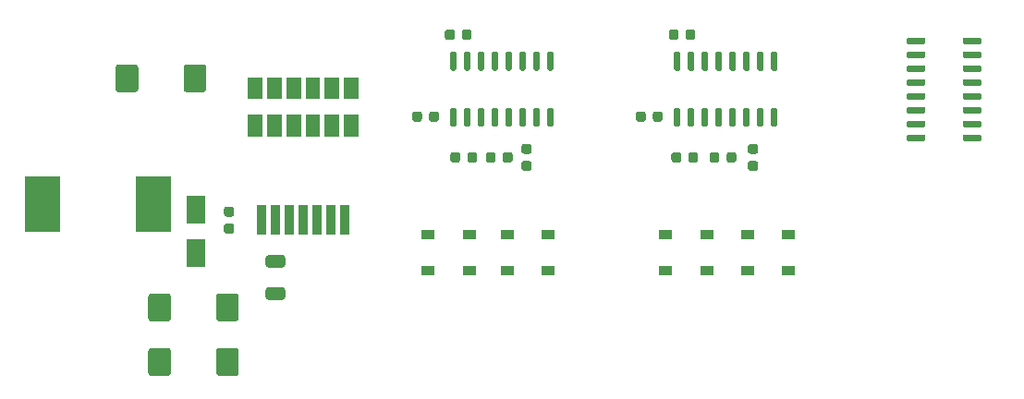
<source format=gtp>
G04 #@! TF.GenerationSoftware,KiCad,Pcbnew,5.1.9*
G04 #@! TF.CreationDate,2021-02-24T22:30:28+01:00*
G04 #@! TF.ProjectId,rpi_module,7270695f-6d6f-4647-956c-652e6b696361,rev?*
G04 #@! TF.SameCoordinates,Original*
G04 #@! TF.FileFunction,Paste,Top*
G04 #@! TF.FilePolarity,Positive*
%FSLAX46Y46*%
G04 Gerber Fmt 4.6, Leading zero omitted, Abs format (unit mm)*
G04 Created by KiCad (PCBNEW 5.1.9) date 2021-02-24 22:30:28*
%MOMM*%
%LPD*%
G01*
G04 APERTURE LIST*
%ADD10C,0.010000*%
%ADD11R,3.300000X5.100000*%
%ADD12R,0.890000X2.790000*%
%ADD13R,1.200000X0.900000*%
%ADD14R,1.800000X2.500000*%
G04 APERTURE END LIST*
D10*
G36*
X241740000Y-71925000D02*
G01*
X243000000Y-71925000D01*
X243000000Y-73835000D01*
X241740000Y-73835000D01*
X241740000Y-71925000D01*
G37*
X241740000Y-71925000D02*
X243000000Y-71925000D01*
X243000000Y-73835000D01*
X241740000Y-73835000D01*
X241740000Y-71925000D01*
G36*
X241740000Y-75345000D02*
G01*
X243000000Y-75345000D01*
X243000000Y-77255000D01*
X241740000Y-77255000D01*
X241740000Y-75345000D01*
G37*
X241740000Y-75345000D02*
X243000000Y-75345000D01*
X243000000Y-77255000D01*
X241740000Y-77255000D01*
X241740000Y-75345000D01*
G36*
X243500000Y-71925000D02*
G01*
X244760000Y-71925000D01*
X244760000Y-73835000D01*
X243500000Y-73835000D01*
X243500000Y-71925000D01*
G37*
X243500000Y-71925000D02*
X244760000Y-71925000D01*
X244760000Y-73835000D01*
X243500000Y-73835000D01*
X243500000Y-71925000D01*
G36*
X243500000Y-75345000D02*
G01*
X244760000Y-75345000D01*
X244760000Y-77255000D01*
X243500000Y-77255000D01*
X243500000Y-75345000D01*
G37*
X243500000Y-75345000D02*
X244760000Y-75345000D01*
X244760000Y-77255000D01*
X243500000Y-77255000D01*
X243500000Y-75345000D01*
G36*
X239980000Y-71925000D02*
G01*
X241240000Y-71925000D01*
X241240000Y-73835000D01*
X239980000Y-73835000D01*
X239980000Y-71925000D01*
G37*
X239980000Y-71925000D02*
X241240000Y-71925000D01*
X241240000Y-73835000D01*
X239980000Y-73835000D01*
X239980000Y-71925000D01*
G36*
X238220000Y-71925000D02*
G01*
X239480000Y-71925000D01*
X239480000Y-73835000D01*
X238220000Y-73835000D01*
X238220000Y-71925000D01*
G37*
X238220000Y-71925000D02*
X239480000Y-71925000D01*
X239480000Y-73835000D01*
X238220000Y-73835000D01*
X238220000Y-71925000D01*
G36*
X239980000Y-75345000D02*
G01*
X241240000Y-75345000D01*
X241240000Y-77255000D01*
X239980000Y-77255000D01*
X239980000Y-75345000D01*
G37*
X239980000Y-75345000D02*
X241240000Y-75345000D01*
X241240000Y-77255000D01*
X239980000Y-77255000D01*
X239980000Y-75345000D01*
G36*
X238220000Y-75345000D02*
G01*
X239480000Y-75345000D01*
X239480000Y-77255000D01*
X238220000Y-77255000D01*
X238220000Y-75345000D01*
G37*
X238220000Y-75345000D02*
X239480000Y-75345000D01*
X239480000Y-77255000D01*
X238220000Y-77255000D01*
X238220000Y-75345000D01*
G36*
X245260000Y-75345000D02*
G01*
X246520000Y-75345000D01*
X246520000Y-77255000D01*
X245260000Y-77255000D01*
X245260000Y-75345000D01*
G37*
X245260000Y-75345000D02*
X246520000Y-75345000D01*
X246520000Y-77255000D01*
X245260000Y-77255000D01*
X245260000Y-75345000D01*
G36*
X245260000Y-71925000D02*
G01*
X246520000Y-71925000D01*
X246520000Y-73835000D01*
X245260000Y-73835000D01*
X245260000Y-71925000D01*
G37*
X245260000Y-71925000D02*
X246520000Y-71925000D01*
X246520000Y-73835000D01*
X245260000Y-73835000D01*
X245260000Y-71925000D01*
G36*
X247020000Y-71925000D02*
G01*
X248280000Y-71925000D01*
X248280000Y-73835000D01*
X247020000Y-73835000D01*
X247020000Y-71925000D01*
G37*
X247020000Y-71925000D02*
X248280000Y-71925000D01*
X248280000Y-73835000D01*
X247020000Y-73835000D01*
X247020000Y-71925000D01*
G36*
X247020000Y-75345000D02*
G01*
X248280000Y-75345000D01*
X248280000Y-77255000D01*
X247020000Y-77255000D01*
X247020000Y-75345000D01*
G37*
X247020000Y-75345000D02*
X248280000Y-75345000D01*
X248280000Y-77255000D01*
X247020000Y-77255000D01*
X247020000Y-75345000D01*
D11*
X219400000Y-83500000D03*
X229600000Y-83500000D03*
G36*
G01*
X303700000Y-68705000D02*
X303700000Y-68405000D01*
G75*
G02*
X303850000Y-68255000I150000J0D01*
G01*
X305300000Y-68255000D01*
G75*
G02*
X305450000Y-68405000I0J-150000D01*
G01*
X305450000Y-68705000D01*
G75*
G02*
X305300000Y-68855000I-150000J0D01*
G01*
X303850000Y-68855000D01*
G75*
G02*
X303700000Y-68705000I0J150000D01*
G01*
G37*
G36*
G01*
X303700000Y-69975000D02*
X303700000Y-69675000D01*
G75*
G02*
X303850000Y-69525000I150000J0D01*
G01*
X305300000Y-69525000D01*
G75*
G02*
X305450000Y-69675000I0J-150000D01*
G01*
X305450000Y-69975000D01*
G75*
G02*
X305300000Y-70125000I-150000J0D01*
G01*
X303850000Y-70125000D01*
G75*
G02*
X303700000Y-69975000I0J150000D01*
G01*
G37*
G36*
G01*
X303700000Y-71245000D02*
X303700000Y-70945000D01*
G75*
G02*
X303850000Y-70795000I150000J0D01*
G01*
X305300000Y-70795000D01*
G75*
G02*
X305450000Y-70945000I0J-150000D01*
G01*
X305450000Y-71245000D01*
G75*
G02*
X305300000Y-71395000I-150000J0D01*
G01*
X303850000Y-71395000D01*
G75*
G02*
X303700000Y-71245000I0J150000D01*
G01*
G37*
G36*
G01*
X303700000Y-72515000D02*
X303700000Y-72215000D01*
G75*
G02*
X303850000Y-72065000I150000J0D01*
G01*
X305300000Y-72065000D01*
G75*
G02*
X305450000Y-72215000I0J-150000D01*
G01*
X305450000Y-72515000D01*
G75*
G02*
X305300000Y-72665000I-150000J0D01*
G01*
X303850000Y-72665000D01*
G75*
G02*
X303700000Y-72515000I0J150000D01*
G01*
G37*
G36*
G01*
X303700000Y-73785000D02*
X303700000Y-73485000D01*
G75*
G02*
X303850000Y-73335000I150000J0D01*
G01*
X305300000Y-73335000D01*
G75*
G02*
X305450000Y-73485000I0J-150000D01*
G01*
X305450000Y-73785000D01*
G75*
G02*
X305300000Y-73935000I-150000J0D01*
G01*
X303850000Y-73935000D01*
G75*
G02*
X303700000Y-73785000I0J150000D01*
G01*
G37*
G36*
G01*
X303700000Y-75055000D02*
X303700000Y-74755000D01*
G75*
G02*
X303850000Y-74605000I150000J0D01*
G01*
X305300000Y-74605000D01*
G75*
G02*
X305450000Y-74755000I0J-150000D01*
G01*
X305450000Y-75055000D01*
G75*
G02*
X305300000Y-75205000I-150000J0D01*
G01*
X303850000Y-75205000D01*
G75*
G02*
X303700000Y-75055000I0J150000D01*
G01*
G37*
G36*
G01*
X303700000Y-76325000D02*
X303700000Y-76025000D01*
G75*
G02*
X303850000Y-75875000I150000J0D01*
G01*
X305300000Y-75875000D01*
G75*
G02*
X305450000Y-76025000I0J-150000D01*
G01*
X305450000Y-76325000D01*
G75*
G02*
X305300000Y-76475000I-150000J0D01*
G01*
X303850000Y-76475000D01*
G75*
G02*
X303700000Y-76325000I0J150000D01*
G01*
G37*
G36*
G01*
X303700000Y-77595000D02*
X303700000Y-77295000D01*
G75*
G02*
X303850000Y-77145000I150000J0D01*
G01*
X305300000Y-77145000D01*
G75*
G02*
X305450000Y-77295000I0J-150000D01*
G01*
X305450000Y-77595000D01*
G75*
G02*
X305300000Y-77745000I-150000J0D01*
G01*
X303850000Y-77745000D01*
G75*
G02*
X303700000Y-77595000I0J150000D01*
G01*
G37*
G36*
G01*
X298550000Y-77595000D02*
X298550000Y-77295000D01*
G75*
G02*
X298700000Y-77145000I150000J0D01*
G01*
X300150000Y-77145000D01*
G75*
G02*
X300300000Y-77295000I0J-150000D01*
G01*
X300300000Y-77595000D01*
G75*
G02*
X300150000Y-77745000I-150000J0D01*
G01*
X298700000Y-77745000D01*
G75*
G02*
X298550000Y-77595000I0J150000D01*
G01*
G37*
G36*
G01*
X298550000Y-76325000D02*
X298550000Y-76025000D01*
G75*
G02*
X298700000Y-75875000I150000J0D01*
G01*
X300150000Y-75875000D01*
G75*
G02*
X300300000Y-76025000I0J-150000D01*
G01*
X300300000Y-76325000D01*
G75*
G02*
X300150000Y-76475000I-150000J0D01*
G01*
X298700000Y-76475000D01*
G75*
G02*
X298550000Y-76325000I0J150000D01*
G01*
G37*
G36*
G01*
X298550000Y-75055000D02*
X298550000Y-74755000D01*
G75*
G02*
X298700000Y-74605000I150000J0D01*
G01*
X300150000Y-74605000D01*
G75*
G02*
X300300000Y-74755000I0J-150000D01*
G01*
X300300000Y-75055000D01*
G75*
G02*
X300150000Y-75205000I-150000J0D01*
G01*
X298700000Y-75205000D01*
G75*
G02*
X298550000Y-75055000I0J150000D01*
G01*
G37*
G36*
G01*
X298550000Y-73785000D02*
X298550000Y-73485000D01*
G75*
G02*
X298700000Y-73335000I150000J0D01*
G01*
X300150000Y-73335000D01*
G75*
G02*
X300300000Y-73485000I0J-150000D01*
G01*
X300300000Y-73785000D01*
G75*
G02*
X300150000Y-73935000I-150000J0D01*
G01*
X298700000Y-73935000D01*
G75*
G02*
X298550000Y-73785000I0J150000D01*
G01*
G37*
G36*
G01*
X298550000Y-72515000D02*
X298550000Y-72215000D01*
G75*
G02*
X298700000Y-72065000I150000J0D01*
G01*
X300150000Y-72065000D01*
G75*
G02*
X300300000Y-72215000I0J-150000D01*
G01*
X300300000Y-72515000D01*
G75*
G02*
X300150000Y-72665000I-150000J0D01*
G01*
X298700000Y-72665000D01*
G75*
G02*
X298550000Y-72515000I0J150000D01*
G01*
G37*
G36*
G01*
X298550000Y-71245000D02*
X298550000Y-70945000D01*
G75*
G02*
X298700000Y-70795000I150000J0D01*
G01*
X300150000Y-70795000D01*
G75*
G02*
X300300000Y-70945000I0J-150000D01*
G01*
X300300000Y-71245000D01*
G75*
G02*
X300150000Y-71395000I-150000J0D01*
G01*
X298700000Y-71395000D01*
G75*
G02*
X298550000Y-71245000I0J150000D01*
G01*
G37*
G36*
G01*
X298550000Y-69975000D02*
X298550000Y-69675000D01*
G75*
G02*
X298700000Y-69525000I150000J0D01*
G01*
X300150000Y-69525000D01*
G75*
G02*
X300300000Y-69675000I0J-150000D01*
G01*
X300300000Y-69975000D01*
G75*
G02*
X300150000Y-70125000I-150000J0D01*
G01*
X298700000Y-70125000D01*
G75*
G02*
X298550000Y-69975000I0J150000D01*
G01*
G37*
G36*
G01*
X298550000Y-68705000D02*
X298550000Y-68405000D01*
G75*
G02*
X298700000Y-68255000I150000J0D01*
G01*
X300150000Y-68255000D01*
G75*
G02*
X300300000Y-68405000I0J-150000D01*
G01*
X300300000Y-68705000D01*
G75*
G02*
X300150000Y-68855000I-150000J0D01*
G01*
X298700000Y-68855000D01*
G75*
G02*
X298550000Y-68705000I0J150000D01*
G01*
G37*
D12*
X247060000Y-84940000D03*
X245790000Y-84940000D03*
X244520000Y-84940000D03*
X243250000Y-84940000D03*
X241980000Y-84940000D03*
X240710000Y-84940000D03*
X239440000Y-84940000D03*
G36*
G01*
X277705000Y-71300000D02*
X277405000Y-71300000D01*
G75*
G02*
X277255000Y-71150000I0J150000D01*
G01*
X277255000Y-69700000D01*
G75*
G02*
X277405000Y-69550000I150000J0D01*
G01*
X277705000Y-69550000D01*
G75*
G02*
X277855000Y-69700000I0J-150000D01*
G01*
X277855000Y-71150000D01*
G75*
G02*
X277705000Y-71300000I-150000J0D01*
G01*
G37*
G36*
G01*
X278975000Y-71300000D02*
X278675000Y-71300000D01*
G75*
G02*
X278525000Y-71150000I0J150000D01*
G01*
X278525000Y-69700000D01*
G75*
G02*
X278675000Y-69550000I150000J0D01*
G01*
X278975000Y-69550000D01*
G75*
G02*
X279125000Y-69700000I0J-150000D01*
G01*
X279125000Y-71150000D01*
G75*
G02*
X278975000Y-71300000I-150000J0D01*
G01*
G37*
G36*
G01*
X280245000Y-71300000D02*
X279945000Y-71300000D01*
G75*
G02*
X279795000Y-71150000I0J150000D01*
G01*
X279795000Y-69700000D01*
G75*
G02*
X279945000Y-69550000I150000J0D01*
G01*
X280245000Y-69550000D01*
G75*
G02*
X280395000Y-69700000I0J-150000D01*
G01*
X280395000Y-71150000D01*
G75*
G02*
X280245000Y-71300000I-150000J0D01*
G01*
G37*
G36*
G01*
X281515000Y-71300000D02*
X281215000Y-71300000D01*
G75*
G02*
X281065000Y-71150000I0J150000D01*
G01*
X281065000Y-69700000D01*
G75*
G02*
X281215000Y-69550000I150000J0D01*
G01*
X281515000Y-69550000D01*
G75*
G02*
X281665000Y-69700000I0J-150000D01*
G01*
X281665000Y-71150000D01*
G75*
G02*
X281515000Y-71300000I-150000J0D01*
G01*
G37*
G36*
G01*
X282785000Y-71300000D02*
X282485000Y-71300000D01*
G75*
G02*
X282335000Y-71150000I0J150000D01*
G01*
X282335000Y-69700000D01*
G75*
G02*
X282485000Y-69550000I150000J0D01*
G01*
X282785000Y-69550000D01*
G75*
G02*
X282935000Y-69700000I0J-150000D01*
G01*
X282935000Y-71150000D01*
G75*
G02*
X282785000Y-71300000I-150000J0D01*
G01*
G37*
G36*
G01*
X284055000Y-71300000D02*
X283755000Y-71300000D01*
G75*
G02*
X283605000Y-71150000I0J150000D01*
G01*
X283605000Y-69700000D01*
G75*
G02*
X283755000Y-69550000I150000J0D01*
G01*
X284055000Y-69550000D01*
G75*
G02*
X284205000Y-69700000I0J-150000D01*
G01*
X284205000Y-71150000D01*
G75*
G02*
X284055000Y-71300000I-150000J0D01*
G01*
G37*
G36*
G01*
X285325000Y-71300000D02*
X285025000Y-71300000D01*
G75*
G02*
X284875000Y-71150000I0J150000D01*
G01*
X284875000Y-69700000D01*
G75*
G02*
X285025000Y-69550000I150000J0D01*
G01*
X285325000Y-69550000D01*
G75*
G02*
X285475000Y-69700000I0J-150000D01*
G01*
X285475000Y-71150000D01*
G75*
G02*
X285325000Y-71300000I-150000J0D01*
G01*
G37*
G36*
G01*
X286595000Y-71300000D02*
X286295000Y-71300000D01*
G75*
G02*
X286145000Y-71150000I0J150000D01*
G01*
X286145000Y-69700000D01*
G75*
G02*
X286295000Y-69550000I150000J0D01*
G01*
X286595000Y-69550000D01*
G75*
G02*
X286745000Y-69700000I0J-150000D01*
G01*
X286745000Y-71150000D01*
G75*
G02*
X286595000Y-71300000I-150000J0D01*
G01*
G37*
G36*
G01*
X286595000Y-76450000D02*
X286295000Y-76450000D01*
G75*
G02*
X286145000Y-76300000I0J150000D01*
G01*
X286145000Y-74850000D01*
G75*
G02*
X286295000Y-74700000I150000J0D01*
G01*
X286595000Y-74700000D01*
G75*
G02*
X286745000Y-74850000I0J-150000D01*
G01*
X286745000Y-76300000D01*
G75*
G02*
X286595000Y-76450000I-150000J0D01*
G01*
G37*
G36*
G01*
X285325000Y-76450000D02*
X285025000Y-76450000D01*
G75*
G02*
X284875000Y-76300000I0J150000D01*
G01*
X284875000Y-74850000D01*
G75*
G02*
X285025000Y-74700000I150000J0D01*
G01*
X285325000Y-74700000D01*
G75*
G02*
X285475000Y-74850000I0J-150000D01*
G01*
X285475000Y-76300000D01*
G75*
G02*
X285325000Y-76450000I-150000J0D01*
G01*
G37*
G36*
G01*
X284055000Y-76450000D02*
X283755000Y-76450000D01*
G75*
G02*
X283605000Y-76300000I0J150000D01*
G01*
X283605000Y-74850000D01*
G75*
G02*
X283755000Y-74700000I150000J0D01*
G01*
X284055000Y-74700000D01*
G75*
G02*
X284205000Y-74850000I0J-150000D01*
G01*
X284205000Y-76300000D01*
G75*
G02*
X284055000Y-76450000I-150000J0D01*
G01*
G37*
G36*
G01*
X282785000Y-76450000D02*
X282485000Y-76450000D01*
G75*
G02*
X282335000Y-76300000I0J150000D01*
G01*
X282335000Y-74850000D01*
G75*
G02*
X282485000Y-74700000I150000J0D01*
G01*
X282785000Y-74700000D01*
G75*
G02*
X282935000Y-74850000I0J-150000D01*
G01*
X282935000Y-76300000D01*
G75*
G02*
X282785000Y-76450000I-150000J0D01*
G01*
G37*
G36*
G01*
X281515000Y-76450000D02*
X281215000Y-76450000D01*
G75*
G02*
X281065000Y-76300000I0J150000D01*
G01*
X281065000Y-74850000D01*
G75*
G02*
X281215000Y-74700000I150000J0D01*
G01*
X281515000Y-74700000D01*
G75*
G02*
X281665000Y-74850000I0J-150000D01*
G01*
X281665000Y-76300000D01*
G75*
G02*
X281515000Y-76450000I-150000J0D01*
G01*
G37*
G36*
G01*
X280245000Y-76450000D02*
X279945000Y-76450000D01*
G75*
G02*
X279795000Y-76300000I0J150000D01*
G01*
X279795000Y-74850000D01*
G75*
G02*
X279945000Y-74700000I150000J0D01*
G01*
X280245000Y-74700000D01*
G75*
G02*
X280395000Y-74850000I0J-150000D01*
G01*
X280395000Y-76300000D01*
G75*
G02*
X280245000Y-76450000I-150000J0D01*
G01*
G37*
G36*
G01*
X278975000Y-76450000D02*
X278675000Y-76450000D01*
G75*
G02*
X278525000Y-76300000I0J150000D01*
G01*
X278525000Y-74850000D01*
G75*
G02*
X278675000Y-74700000I150000J0D01*
G01*
X278975000Y-74700000D01*
G75*
G02*
X279125000Y-74850000I0J-150000D01*
G01*
X279125000Y-76300000D01*
G75*
G02*
X278975000Y-76450000I-150000J0D01*
G01*
G37*
G36*
G01*
X277705000Y-76450000D02*
X277405000Y-76450000D01*
G75*
G02*
X277255000Y-76300000I0J150000D01*
G01*
X277255000Y-74850000D01*
G75*
G02*
X277405000Y-74700000I150000J0D01*
G01*
X277705000Y-74700000D01*
G75*
G02*
X277855000Y-74850000I0J-150000D01*
G01*
X277855000Y-76300000D01*
G75*
G02*
X277705000Y-76450000I-150000J0D01*
G01*
G37*
G36*
G01*
X257205000Y-71300000D02*
X256905000Y-71300000D01*
G75*
G02*
X256755000Y-71150000I0J150000D01*
G01*
X256755000Y-69700000D01*
G75*
G02*
X256905000Y-69550000I150000J0D01*
G01*
X257205000Y-69550000D01*
G75*
G02*
X257355000Y-69700000I0J-150000D01*
G01*
X257355000Y-71150000D01*
G75*
G02*
X257205000Y-71300000I-150000J0D01*
G01*
G37*
G36*
G01*
X258475000Y-71300000D02*
X258175000Y-71300000D01*
G75*
G02*
X258025000Y-71150000I0J150000D01*
G01*
X258025000Y-69700000D01*
G75*
G02*
X258175000Y-69550000I150000J0D01*
G01*
X258475000Y-69550000D01*
G75*
G02*
X258625000Y-69700000I0J-150000D01*
G01*
X258625000Y-71150000D01*
G75*
G02*
X258475000Y-71300000I-150000J0D01*
G01*
G37*
G36*
G01*
X259745000Y-71300000D02*
X259445000Y-71300000D01*
G75*
G02*
X259295000Y-71150000I0J150000D01*
G01*
X259295000Y-69700000D01*
G75*
G02*
X259445000Y-69550000I150000J0D01*
G01*
X259745000Y-69550000D01*
G75*
G02*
X259895000Y-69700000I0J-150000D01*
G01*
X259895000Y-71150000D01*
G75*
G02*
X259745000Y-71300000I-150000J0D01*
G01*
G37*
G36*
G01*
X261015000Y-71300000D02*
X260715000Y-71300000D01*
G75*
G02*
X260565000Y-71150000I0J150000D01*
G01*
X260565000Y-69700000D01*
G75*
G02*
X260715000Y-69550000I150000J0D01*
G01*
X261015000Y-69550000D01*
G75*
G02*
X261165000Y-69700000I0J-150000D01*
G01*
X261165000Y-71150000D01*
G75*
G02*
X261015000Y-71300000I-150000J0D01*
G01*
G37*
G36*
G01*
X262285000Y-71300000D02*
X261985000Y-71300000D01*
G75*
G02*
X261835000Y-71150000I0J150000D01*
G01*
X261835000Y-69700000D01*
G75*
G02*
X261985000Y-69550000I150000J0D01*
G01*
X262285000Y-69550000D01*
G75*
G02*
X262435000Y-69700000I0J-150000D01*
G01*
X262435000Y-71150000D01*
G75*
G02*
X262285000Y-71300000I-150000J0D01*
G01*
G37*
G36*
G01*
X263555000Y-71300000D02*
X263255000Y-71300000D01*
G75*
G02*
X263105000Y-71150000I0J150000D01*
G01*
X263105000Y-69700000D01*
G75*
G02*
X263255000Y-69550000I150000J0D01*
G01*
X263555000Y-69550000D01*
G75*
G02*
X263705000Y-69700000I0J-150000D01*
G01*
X263705000Y-71150000D01*
G75*
G02*
X263555000Y-71300000I-150000J0D01*
G01*
G37*
G36*
G01*
X264825000Y-71300000D02*
X264525000Y-71300000D01*
G75*
G02*
X264375000Y-71150000I0J150000D01*
G01*
X264375000Y-69700000D01*
G75*
G02*
X264525000Y-69550000I150000J0D01*
G01*
X264825000Y-69550000D01*
G75*
G02*
X264975000Y-69700000I0J-150000D01*
G01*
X264975000Y-71150000D01*
G75*
G02*
X264825000Y-71300000I-150000J0D01*
G01*
G37*
G36*
G01*
X266095000Y-71300000D02*
X265795000Y-71300000D01*
G75*
G02*
X265645000Y-71150000I0J150000D01*
G01*
X265645000Y-69700000D01*
G75*
G02*
X265795000Y-69550000I150000J0D01*
G01*
X266095000Y-69550000D01*
G75*
G02*
X266245000Y-69700000I0J-150000D01*
G01*
X266245000Y-71150000D01*
G75*
G02*
X266095000Y-71300000I-150000J0D01*
G01*
G37*
G36*
G01*
X266095000Y-76450000D02*
X265795000Y-76450000D01*
G75*
G02*
X265645000Y-76300000I0J150000D01*
G01*
X265645000Y-74850000D01*
G75*
G02*
X265795000Y-74700000I150000J0D01*
G01*
X266095000Y-74700000D01*
G75*
G02*
X266245000Y-74850000I0J-150000D01*
G01*
X266245000Y-76300000D01*
G75*
G02*
X266095000Y-76450000I-150000J0D01*
G01*
G37*
G36*
G01*
X264825000Y-76450000D02*
X264525000Y-76450000D01*
G75*
G02*
X264375000Y-76300000I0J150000D01*
G01*
X264375000Y-74850000D01*
G75*
G02*
X264525000Y-74700000I150000J0D01*
G01*
X264825000Y-74700000D01*
G75*
G02*
X264975000Y-74850000I0J-150000D01*
G01*
X264975000Y-76300000D01*
G75*
G02*
X264825000Y-76450000I-150000J0D01*
G01*
G37*
G36*
G01*
X263555000Y-76450000D02*
X263255000Y-76450000D01*
G75*
G02*
X263105000Y-76300000I0J150000D01*
G01*
X263105000Y-74850000D01*
G75*
G02*
X263255000Y-74700000I150000J0D01*
G01*
X263555000Y-74700000D01*
G75*
G02*
X263705000Y-74850000I0J-150000D01*
G01*
X263705000Y-76300000D01*
G75*
G02*
X263555000Y-76450000I-150000J0D01*
G01*
G37*
G36*
G01*
X262285000Y-76450000D02*
X261985000Y-76450000D01*
G75*
G02*
X261835000Y-76300000I0J150000D01*
G01*
X261835000Y-74850000D01*
G75*
G02*
X261985000Y-74700000I150000J0D01*
G01*
X262285000Y-74700000D01*
G75*
G02*
X262435000Y-74850000I0J-150000D01*
G01*
X262435000Y-76300000D01*
G75*
G02*
X262285000Y-76450000I-150000J0D01*
G01*
G37*
G36*
G01*
X261015000Y-76450000D02*
X260715000Y-76450000D01*
G75*
G02*
X260565000Y-76300000I0J150000D01*
G01*
X260565000Y-74850000D01*
G75*
G02*
X260715000Y-74700000I150000J0D01*
G01*
X261015000Y-74700000D01*
G75*
G02*
X261165000Y-74850000I0J-150000D01*
G01*
X261165000Y-76300000D01*
G75*
G02*
X261015000Y-76450000I-150000J0D01*
G01*
G37*
G36*
G01*
X259745000Y-76450000D02*
X259445000Y-76450000D01*
G75*
G02*
X259295000Y-76300000I0J150000D01*
G01*
X259295000Y-74850000D01*
G75*
G02*
X259445000Y-74700000I150000J0D01*
G01*
X259745000Y-74700000D01*
G75*
G02*
X259895000Y-74850000I0J-150000D01*
G01*
X259895000Y-76300000D01*
G75*
G02*
X259745000Y-76450000I-150000J0D01*
G01*
G37*
G36*
G01*
X258475000Y-76450000D02*
X258175000Y-76450000D01*
G75*
G02*
X258025000Y-76300000I0J150000D01*
G01*
X258025000Y-74850000D01*
G75*
G02*
X258175000Y-74700000I150000J0D01*
G01*
X258475000Y-74700000D01*
G75*
G02*
X258625000Y-74850000I0J-150000D01*
G01*
X258625000Y-76300000D01*
G75*
G02*
X258475000Y-76450000I-150000J0D01*
G01*
G37*
G36*
G01*
X257205000Y-76450000D02*
X256905000Y-76450000D01*
G75*
G02*
X256755000Y-76300000I0J150000D01*
G01*
X256755000Y-74850000D01*
G75*
G02*
X256905000Y-74700000I150000J0D01*
G01*
X257205000Y-74700000D01*
G75*
G02*
X257355000Y-74850000I0J-150000D01*
G01*
X257355000Y-76300000D01*
G75*
G02*
X257205000Y-76450000I-150000J0D01*
G01*
G37*
D13*
X287750000Y-86350000D03*
X287750000Y-89650000D03*
X284000000Y-86350000D03*
X284000000Y-89650000D03*
X280250000Y-86350000D03*
X280250000Y-89650000D03*
X276500000Y-86350000D03*
X276500000Y-89650000D03*
X265750000Y-86350000D03*
X265750000Y-89650000D03*
X262000000Y-86350000D03*
X262000000Y-89650000D03*
X258500000Y-86350000D03*
X258500000Y-89650000D03*
X254750000Y-86350000D03*
X254750000Y-89650000D03*
D14*
X233500000Y-88000000D03*
X233500000Y-84000000D03*
G36*
G01*
X232325000Y-73025000D02*
X232325000Y-70975000D01*
G75*
G02*
X232575000Y-70725000I250000J0D01*
G01*
X234150000Y-70725000D01*
G75*
G02*
X234400000Y-70975000I0J-250000D01*
G01*
X234400000Y-73025000D01*
G75*
G02*
X234150000Y-73275000I-250000J0D01*
G01*
X232575000Y-73275000D01*
G75*
G02*
X232325000Y-73025000I0J250000D01*
G01*
G37*
G36*
G01*
X226100000Y-73025000D02*
X226100000Y-70975000D01*
G75*
G02*
X226350000Y-70725000I250000J0D01*
G01*
X227925000Y-70725000D01*
G75*
G02*
X228175000Y-70975000I0J-250000D01*
G01*
X228175000Y-73025000D01*
G75*
G02*
X227925000Y-73275000I-250000J0D01*
G01*
X226350000Y-73275000D01*
G75*
G02*
X226100000Y-73025000I0J250000D01*
G01*
G37*
G36*
G01*
X236250000Y-85325000D02*
X236750000Y-85325000D01*
G75*
G02*
X236975000Y-85550000I0J-225000D01*
G01*
X236975000Y-86000000D01*
G75*
G02*
X236750000Y-86225000I-225000J0D01*
G01*
X236250000Y-86225000D01*
G75*
G02*
X236025000Y-86000000I0J225000D01*
G01*
X236025000Y-85550000D01*
G75*
G02*
X236250000Y-85325000I225000J0D01*
G01*
G37*
G36*
G01*
X236250000Y-83775000D02*
X236750000Y-83775000D01*
G75*
G02*
X236975000Y-84000000I0J-225000D01*
G01*
X236975000Y-84450000D01*
G75*
G02*
X236750000Y-84675000I-225000J0D01*
G01*
X236250000Y-84675000D01*
G75*
G02*
X236025000Y-84450000I0J225000D01*
G01*
X236025000Y-84000000D01*
G75*
G02*
X236250000Y-83775000I225000J0D01*
G01*
G37*
G36*
G01*
X241400001Y-89350000D02*
X240099999Y-89350000D01*
G75*
G02*
X239850000Y-89100001I0J249999D01*
G01*
X239850000Y-88449999D01*
G75*
G02*
X240099999Y-88200000I249999J0D01*
G01*
X241400001Y-88200000D01*
G75*
G02*
X241650000Y-88449999I0J-249999D01*
G01*
X241650000Y-89100001D01*
G75*
G02*
X241400001Y-89350000I-249999J0D01*
G01*
G37*
G36*
G01*
X241400001Y-92300000D02*
X240099999Y-92300000D01*
G75*
G02*
X239850000Y-92050001I0J249999D01*
G01*
X239850000Y-91399999D01*
G75*
G02*
X240099999Y-91150000I249999J0D01*
G01*
X241400001Y-91150000D01*
G75*
G02*
X241650000Y-91399999I0J-249999D01*
G01*
X241650000Y-92050001D01*
G75*
G02*
X241400001Y-92300000I-249999J0D01*
G01*
G37*
G36*
G01*
X231175000Y-91975000D02*
X231175000Y-94025000D01*
G75*
G02*
X230925000Y-94275000I-250000J0D01*
G01*
X229350000Y-94275000D01*
G75*
G02*
X229100000Y-94025000I0J250000D01*
G01*
X229100000Y-91975000D01*
G75*
G02*
X229350000Y-91725000I250000J0D01*
G01*
X230925000Y-91725000D01*
G75*
G02*
X231175000Y-91975000I0J-250000D01*
G01*
G37*
G36*
G01*
X237400000Y-91975000D02*
X237400000Y-94025000D01*
G75*
G02*
X237150000Y-94275000I-250000J0D01*
G01*
X235575000Y-94275000D01*
G75*
G02*
X235325000Y-94025000I0J250000D01*
G01*
X235325000Y-91975000D01*
G75*
G02*
X235575000Y-91725000I250000J0D01*
G01*
X237150000Y-91725000D01*
G75*
G02*
X237400000Y-91975000I0J-250000D01*
G01*
G37*
G36*
G01*
X231175000Y-96975000D02*
X231175000Y-99025000D01*
G75*
G02*
X230925000Y-99275000I-250000J0D01*
G01*
X229350000Y-99275000D01*
G75*
G02*
X229100000Y-99025000I0J250000D01*
G01*
X229100000Y-96975000D01*
G75*
G02*
X229350000Y-96725000I250000J0D01*
G01*
X230925000Y-96725000D01*
G75*
G02*
X231175000Y-96975000I0J-250000D01*
G01*
G37*
G36*
G01*
X237400000Y-96975000D02*
X237400000Y-99025000D01*
G75*
G02*
X237150000Y-99275000I-250000J0D01*
G01*
X235575000Y-99275000D01*
G75*
G02*
X235325000Y-99025000I0J250000D01*
G01*
X235325000Y-96975000D01*
G75*
G02*
X235575000Y-96725000I250000J0D01*
G01*
X237150000Y-96725000D01*
G75*
G02*
X237400000Y-96975000I0J-250000D01*
G01*
G37*
G36*
G01*
X277675000Y-67750000D02*
X277675000Y-68250000D01*
G75*
G02*
X277450000Y-68475000I-225000J0D01*
G01*
X277000000Y-68475000D01*
G75*
G02*
X276775000Y-68250000I0J225000D01*
G01*
X276775000Y-67750000D01*
G75*
G02*
X277000000Y-67525000I225000J0D01*
G01*
X277450000Y-67525000D01*
G75*
G02*
X277675000Y-67750000I0J-225000D01*
G01*
G37*
G36*
G01*
X279225000Y-67750000D02*
X279225000Y-68250000D01*
G75*
G02*
X279000000Y-68475000I-225000J0D01*
G01*
X278550000Y-68475000D01*
G75*
G02*
X278325000Y-68250000I0J225000D01*
G01*
X278325000Y-67750000D01*
G75*
G02*
X278550000Y-67525000I225000J0D01*
G01*
X279000000Y-67525000D01*
G75*
G02*
X279225000Y-67750000I0J-225000D01*
G01*
G37*
G36*
G01*
X284750000Y-78925000D02*
X284250000Y-78925000D01*
G75*
G02*
X284025000Y-78700000I0J225000D01*
G01*
X284025000Y-78250000D01*
G75*
G02*
X284250000Y-78025000I225000J0D01*
G01*
X284750000Y-78025000D01*
G75*
G02*
X284975000Y-78250000I0J-225000D01*
G01*
X284975000Y-78700000D01*
G75*
G02*
X284750000Y-78925000I-225000J0D01*
G01*
G37*
G36*
G01*
X284750000Y-80475000D02*
X284250000Y-80475000D01*
G75*
G02*
X284025000Y-80250000I0J225000D01*
G01*
X284025000Y-79800000D01*
G75*
G02*
X284250000Y-79575000I225000J0D01*
G01*
X284750000Y-79575000D01*
G75*
G02*
X284975000Y-79800000I0J-225000D01*
G01*
X284975000Y-80250000D01*
G75*
G02*
X284750000Y-80475000I-225000J0D01*
G01*
G37*
G36*
G01*
X275325000Y-75750000D02*
X275325000Y-75250000D01*
G75*
G02*
X275550000Y-75025000I225000J0D01*
G01*
X276000000Y-75025000D01*
G75*
G02*
X276225000Y-75250000I0J-225000D01*
G01*
X276225000Y-75750000D01*
G75*
G02*
X276000000Y-75975000I-225000J0D01*
G01*
X275550000Y-75975000D01*
G75*
G02*
X275325000Y-75750000I0J225000D01*
G01*
G37*
G36*
G01*
X273775000Y-75750000D02*
X273775000Y-75250000D01*
G75*
G02*
X274000000Y-75025000I225000J0D01*
G01*
X274450000Y-75025000D01*
G75*
G02*
X274675000Y-75250000I0J-225000D01*
G01*
X274675000Y-75750000D01*
G75*
G02*
X274450000Y-75975000I-225000J0D01*
G01*
X274000000Y-75975000D01*
G75*
G02*
X273775000Y-75750000I0J225000D01*
G01*
G37*
G36*
G01*
X282075000Y-79500000D02*
X282075000Y-79000000D01*
G75*
G02*
X282300000Y-78775000I225000J0D01*
G01*
X282750000Y-78775000D01*
G75*
G02*
X282975000Y-79000000I0J-225000D01*
G01*
X282975000Y-79500000D01*
G75*
G02*
X282750000Y-79725000I-225000J0D01*
G01*
X282300000Y-79725000D01*
G75*
G02*
X282075000Y-79500000I0J225000D01*
G01*
G37*
G36*
G01*
X280525000Y-79500000D02*
X280525000Y-79000000D01*
G75*
G02*
X280750000Y-78775000I225000J0D01*
G01*
X281200000Y-78775000D01*
G75*
G02*
X281425000Y-79000000I0J-225000D01*
G01*
X281425000Y-79500000D01*
G75*
G02*
X281200000Y-79725000I-225000J0D01*
G01*
X280750000Y-79725000D01*
G75*
G02*
X280525000Y-79500000I0J225000D01*
G01*
G37*
G36*
G01*
X278575000Y-79500000D02*
X278575000Y-79000000D01*
G75*
G02*
X278800000Y-78775000I225000J0D01*
G01*
X279250000Y-78775000D01*
G75*
G02*
X279475000Y-79000000I0J-225000D01*
G01*
X279475000Y-79500000D01*
G75*
G02*
X279250000Y-79725000I-225000J0D01*
G01*
X278800000Y-79725000D01*
G75*
G02*
X278575000Y-79500000I0J225000D01*
G01*
G37*
G36*
G01*
X277025000Y-79500000D02*
X277025000Y-79000000D01*
G75*
G02*
X277250000Y-78775000I225000J0D01*
G01*
X277700000Y-78775000D01*
G75*
G02*
X277925000Y-79000000I0J-225000D01*
G01*
X277925000Y-79500000D01*
G75*
G02*
X277700000Y-79725000I-225000J0D01*
G01*
X277250000Y-79725000D01*
G75*
G02*
X277025000Y-79500000I0J225000D01*
G01*
G37*
G36*
G01*
X257175000Y-67750000D02*
X257175000Y-68250000D01*
G75*
G02*
X256950000Y-68475000I-225000J0D01*
G01*
X256500000Y-68475000D01*
G75*
G02*
X256275000Y-68250000I0J225000D01*
G01*
X256275000Y-67750000D01*
G75*
G02*
X256500000Y-67525000I225000J0D01*
G01*
X256950000Y-67525000D01*
G75*
G02*
X257175000Y-67750000I0J-225000D01*
G01*
G37*
G36*
G01*
X258725000Y-67750000D02*
X258725000Y-68250000D01*
G75*
G02*
X258500000Y-68475000I-225000J0D01*
G01*
X258050000Y-68475000D01*
G75*
G02*
X257825000Y-68250000I0J225000D01*
G01*
X257825000Y-67750000D01*
G75*
G02*
X258050000Y-67525000I225000J0D01*
G01*
X258500000Y-67525000D01*
G75*
G02*
X258725000Y-67750000I0J-225000D01*
G01*
G37*
G36*
G01*
X264000000Y-78925000D02*
X263500000Y-78925000D01*
G75*
G02*
X263275000Y-78700000I0J225000D01*
G01*
X263275000Y-78250000D01*
G75*
G02*
X263500000Y-78025000I225000J0D01*
G01*
X264000000Y-78025000D01*
G75*
G02*
X264225000Y-78250000I0J-225000D01*
G01*
X264225000Y-78700000D01*
G75*
G02*
X264000000Y-78925000I-225000J0D01*
G01*
G37*
G36*
G01*
X264000000Y-80475000D02*
X263500000Y-80475000D01*
G75*
G02*
X263275000Y-80250000I0J225000D01*
G01*
X263275000Y-79800000D01*
G75*
G02*
X263500000Y-79575000I225000J0D01*
G01*
X264000000Y-79575000D01*
G75*
G02*
X264225000Y-79800000I0J-225000D01*
G01*
X264225000Y-80250000D01*
G75*
G02*
X264000000Y-80475000I-225000J0D01*
G01*
G37*
G36*
G01*
X254825000Y-75750000D02*
X254825000Y-75250000D01*
G75*
G02*
X255050000Y-75025000I225000J0D01*
G01*
X255500000Y-75025000D01*
G75*
G02*
X255725000Y-75250000I0J-225000D01*
G01*
X255725000Y-75750000D01*
G75*
G02*
X255500000Y-75975000I-225000J0D01*
G01*
X255050000Y-75975000D01*
G75*
G02*
X254825000Y-75750000I0J225000D01*
G01*
G37*
G36*
G01*
X253275000Y-75750000D02*
X253275000Y-75250000D01*
G75*
G02*
X253500000Y-75025000I225000J0D01*
G01*
X253950000Y-75025000D01*
G75*
G02*
X254175000Y-75250000I0J-225000D01*
G01*
X254175000Y-75750000D01*
G75*
G02*
X253950000Y-75975000I-225000J0D01*
G01*
X253500000Y-75975000D01*
G75*
G02*
X253275000Y-75750000I0J225000D01*
G01*
G37*
G36*
G01*
X261575000Y-79500000D02*
X261575000Y-79000000D01*
G75*
G02*
X261800000Y-78775000I225000J0D01*
G01*
X262250000Y-78775000D01*
G75*
G02*
X262475000Y-79000000I0J-225000D01*
G01*
X262475000Y-79500000D01*
G75*
G02*
X262250000Y-79725000I-225000J0D01*
G01*
X261800000Y-79725000D01*
G75*
G02*
X261575000Y-79500000I0J225000D01*
G01*
G37*
G36*
G01*
X260025000Y-79500000D02*
X260025000Y-79000000D01*
G75*
G02*
X260250000Y-78775000I225000J0D01*
G01*
X260700000Y-78775000D01*
G75*
G02*
X260925000Y-79000000I0J-225000D01*
G01*
X260925000Y-79500000D01*
G75*
G02*
X260700000Y-79725000I-225000J0D01*
G01*
X260250000Y-79725000D01*
G75*
G02*
X260025000Y-79500000I0J225000D01*
G01*
G37*
G36*
G01*
X258325000Y-79500000D02*
X258325000Y-79000000D01*
G75*
G02*
X258550000Y-78775000I225000J0D01*
G01*
X259000000Y-78775000D01*
G75*
G02*
X259225000Y-79000000I0J-225000D01*
G01*
X259225000Y-79500000D01*
G75*
G02*
X259000000Y-79725000I-225000J0D01*
G01*
X258550000Y-79725000D01*
G75*
G02*
X258325000Y-79500000I0J225000D01*
G01*
G37*
G36*
G01*
X256775000Y-79500000D02*
X256775000Y-79000000D01*
G75*
G02*
X257000000Y-78775000I225000J0D01*
G01*
X257450000Y-78775000D01*
G75*
G02*
X257675000Y-79000000I0J-225000D01*
G01*
X257675000Y-79500000D01*
G75*
G02*
X257450000Y-79725000I-225000J0D01*
G01*
X257000000Y-79725000D01*
G75*
G02*
X256775000Y-79500000I0J225000D01*
G01*
G37*
M02*

</source>
